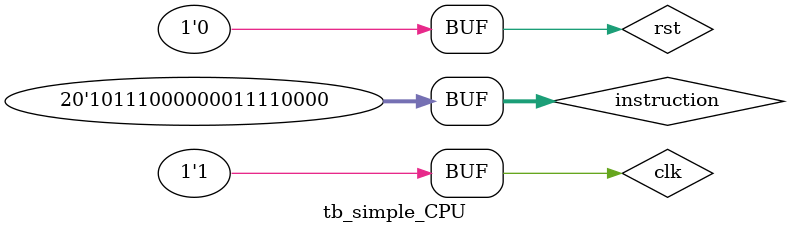
<source format=v>
`timescale 1ns / 1ps
 
module tb_simple_CPU;
       
    parameter DATA_WIDTH = 8; //8 bit wide data
    parameter ADDR_BITS = 5; //32 Addresses
    parameter INSTR_WIDTH =20; //20b instruction
   
    reg clk, rst;
    reg [INSTR_WIDTH-1:0] instruction;

    
    simple_cpu  #(DATA_WIDTH,ADDR_BITS,INSTR_WIDTH) SCPU_DUT(clk, rst, instruction);
    
    initial begin
        clk = 1'b1;
        rst = 1'b1;
        instruction = 20'd0;
        repeat(3) #1 clk=!clk;
        rst = 1'b0;
        repeat(2) #1 clk=!clk;
                
                
        /*Info on the simple CPU:
            * Reset sets regfile = [0,1,2,3]
            * ADD = opcode 0, SUB = opcode 1  
        */
            
                                        //ADD:    reg0  = reg1 + reg3   //1+3=4
        //In the instruction this is:    (instr)  (X1)    (X2)   (X3)  
        instruction = 20'b01000111000000000000;
        repeat(8) #1 clk=!clk; //4 rising edges
        
                                        //ADD:    reg1  = reg0 + reg3   //4+3=7
        //In the instruction this is:    (instr)  (X1)    (X2)   (X3)
        instruction = 20'b01010011000000000000;
        repeat(6) #1 clk=!clk; 
                
                                         //SUB:   reg3  = reg0 - reg2  //4-2=2  
       //In the instruction this is:    (instr)  (X1)    (X2)   (X3) 
        instruction = 20'b01110010000000000001;
        repeat(6) #1 clk=!clk;
        
                                         //STORE_R:   DATA_MEM(reg2 + 15) = reg1  //DATA_MEM(2+15)=7  
        //In the instruction this is:    (instr)               (X2)         (X1)
        instruction = 20'b11011000000011110000;
        repeat(6) #1 clk=!clk;
        
                                           //STORE_R:   DATA_MEM(reg3 + 20) = reg0  //DATA_MEM(2+20)= 4  
        //In the instruction this is:    (instr)                 (X2)         (X1)
        instruction = 20'b11001100000101100000;
        repeat(6) #1 clk=!clk;

                                           //LOAD_R:   DATA_MEM(reg2 + 15) = reg3  //reg3 = DATA_MEM(2+15)  -> reg3 becomes 7  
        //In the instruction this is:    (instr)                (X2)         (X1)
        instruction = 20'b10111000000011110000;
        repeat(7) #1 clk=!clk;
        
        
    end
    
    
endmodule
</source>
